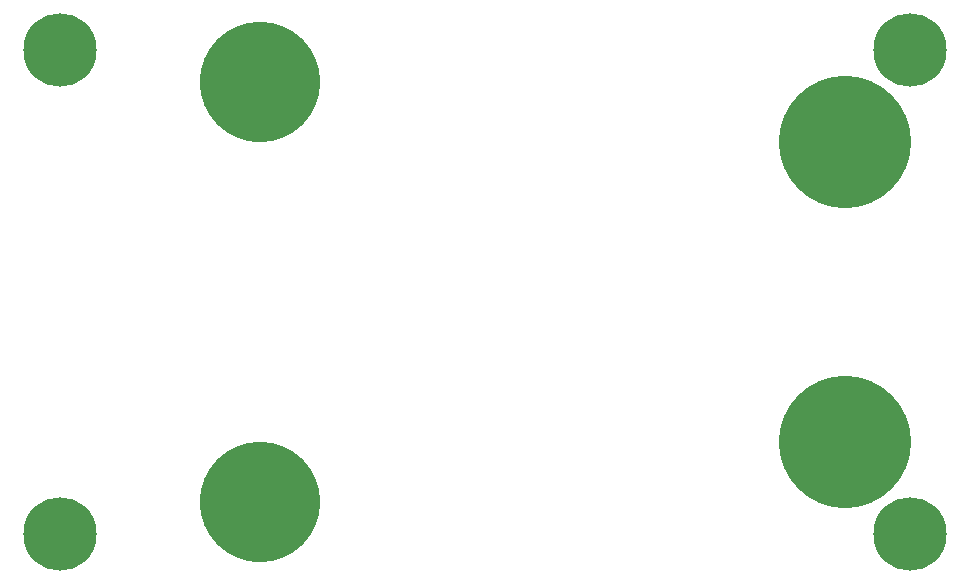
<source format=gbs>
G04 Layer_Color=8150272*
%FSAX43Y43*%
%MOMM*%
G71*
G01*
G75*
%ADD14C,11.203*%
%ADD15C,10.203*%
%ADD16C,6.203*%
D14*
X0129540Y0088900D02*
D03*
Y0063500D02*
D03*
D15*
X0080010Y0058420D02*
D03*
Y0093980D02*
D03*
D16*
X0063060Y0055700D02*
D03*
X0135060D02*
D03*
Y0096700D02*
D03*
X0063060D02*
D03*
M02*

</source>
